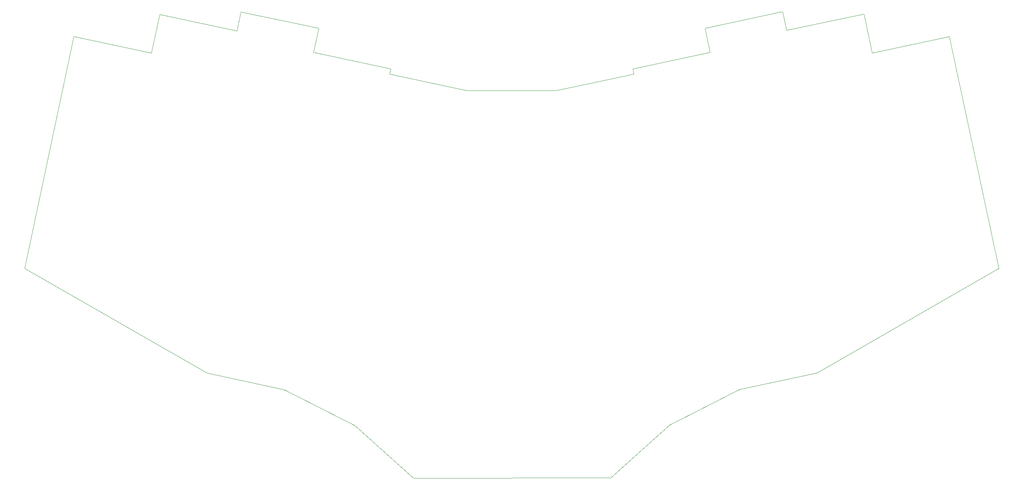
<source format=gbr>
G04 #@! TF.GenerationSoftware,KiCad,Pcbnew,5.1.5*
G04 #@! TF.CreationDate,2020-02-23T20:52:16-06:00*
G04 #@! TF.ProjectId,m'ergo,6d276572-676f-42e6-9b69-6361645f7063,rev?*
G04 #@! TF.SameCoordinates,Original*
G04 #@! TF.FileFunction,Profile,NP*
%FSLAX46Y46*%
G04 Gerber Fmt 4.6, Leading zero omitted, Abs format (unit mm)*
G04 Created by KiCad (PCBNEW 5.1.5) date 2020-02-23 20:52:16*
%MOMM*%
%LPD*%
G04 APERTURE LIST*
%ADD10C,0.050000*%
G04 APERTURE END LIST*
D10*
X246189500Y-19710400D02*
X246138700Y-19718020D01*
X246204740Y-19817080D02*
X246189500Y-19710400D01*
X151198580Y-32715200D02*
X153327100Y-32283400D01*
X153327100Y-32283400D02*
X170086020Y-28740100D01*
X170086020Y-28740100D02*
X169842180Y-27538680D01*
X169923460Y-27477720D02*
X188401960Y-23525480D01*
X169842180Y-27538680D02*
X169920920Y-27477720D01*
X205953360Y-13817600D02*
X206885540Y-18201640D01*
X205889860Y-13731240D02*
X205953360Y-13817600D01*
X206885540Y-18201640D02*
X225506280Y-14262100D01*
X225567240Y-14348460D02*
X227548440Y-23655020D01*
X227548440Y-23655020D02*
X246138700Y-19718020D01*
X225506280Y-14262100D02*
X225567240Y-14348460D01*
X188401960Y-23525480D02*
X187210700Y-17746980D01*
X111137700Y-28732480D02*
X129717800Y-32710120D01*
X111373920Y-27586940D02*
X111137700Y-28732480D01*
X92760800Y-23528020D02*
X111348520Y-27508200D01*
X111348520Y-27508200D02*
X111373920Y-27586940D01*
X93987620Y-17769840D02*
X92760800Y-23528020D01*
X74287380Y-18318480D02*
X75255120Y-13774420D01*
X55686960Y-14373860D02*
X74287380Y-18318480D01*
X53644800Y-23657560D02*
X55636160Y-14457680D01*
X34970720Y-19687540D02*
X53644800Y-23657560D01*
X34907220Y-19743420D02*
X34970720Y-19687540D01*
X93957140Y-17708880D02*
X93987620Y-17769840D01*
X75255120Y-13774420D02*
X75328780Y-13749020D01*
X55636160Y-14457680D02*
X55646320Y-14409420D01*
X55646320Y-14409420D02*
X55686960Y-14373860D01*
X187210700Y-17746980D02*
X187297060Y-17680940D01*
X23050500Y-75707240D02*
X34907220Y-19743420D01*
X66969640Y-100858320D02*
X23050500Y-75707240D01*
X67000120Y-100942140D02*
X66969640Y-100858320D01*
X85709760Y-104937560D02*
X67000120Y-100942140D01*
X102722680Y-113604040D02*
X85709760Y-104937560D01*
X116918740Y-126342140D02*
X102722680Y-113604040D01*
X164297360Y-126202440D02*
X116918740Y-126342140D01*
X164416740Y-126268480D02*
X164297360Y-126202440D01*
X178607720Y-113527840D02*
X164416740Y-126268480D01*
X195557140Y-104909620D02*
X178607720Y-113527840D01*
X214276940Y-100914200D02*
X195557140Y-104909620D01*
X257909060Y-75745340D02*
X214276940Y-100914200D01*
X258076700Y-75666600D02*
X257909060Y-75745340D01*
X246204740Y-19817080D02*
X258076700Y-75666600D01*
X187297060Y-17680940D02*
X205889860Y-13731240D01*
X129717800Y-32710120D02*
X151198580Y-32715200D01*
X75328780Y-13749020D02*
X93957140Y-17708880D01*
M02*

</source>
